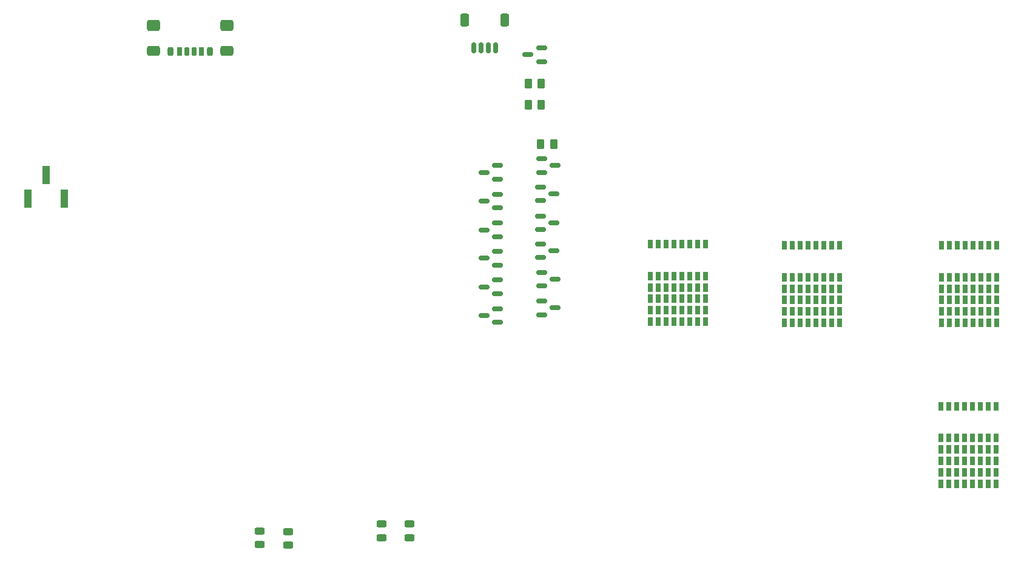
<source format=gbr>
%TF.GenerationSoftware,KiCad,Pcbnew,8.0.3*%
%TF.CreationDate,2024-07-13T16:10:19+00:00*%
%TF.ProjectId,jacuzzi,6a616375-7a7a-4692-9e6b-696361645f70,rev?*%
%TF.SameCoordinates,Original*%
%TF.FileFunction,Paste,Top*%
%TF.FilePolarity,Positive*%
%FSLAX46Y46*%
G04 Gerber Fmt 4.6, Leading zero omitted, Abs format (unit mm)*
G04 Created by KiCad (PCBNEW 8.0.3) date 2024-07-13 16:10:19*
%MOMM*%
%LPD*%
G01*
G04 APERTURE LIST*
G04 Aperture macros list*
%AMRoundRect*
0 Rectangle with rounded corners*
0 $1 Rounding radius*
0 $2 $3 $4 $5 $6 $7 $8 $9 X,Y pos of 4 corners*
0 Add a 4 corners polygon primitive as box body*
4,1,4,$2,$3,$4,$5,$6,$7,$8,$9,$2,$3,0*
0 Add four circle primitives for the rounded corners*
1,1,$1+$1,$2,$3*
1,1,$1+$1,$4,$5*
1,1,$1+$1,$6,$7*
1,1,$1+$1,$8,$9*
0 Add four rect primitives between the rounded corners*
20,1,$1+$1,$2,$3,$4,$5,0*
20,1,$1+$1,$4,$5,$6,$7,0*
20,1,$1+$1,$6,$7,$8,$9,0*
20,1,$1+$1,$8,$9,$2,$3,0*%
G04 Aperture macros list end*
%ADD10RoundRect,0.150000X0.587500X0.150000X-0.587500X0.150000X-0.587500X-0.150000X0.587500X-0.150000X0*%
%ADD11RoundRect,0.150000X-0.587500X-0.150000X0.587500X-0.150000X0.587500X0.150000X-0.587500X0.150000X0*%
%ADD12R,0.800000X1.300000*%
%ADD13R,1.000000X2.510000*%
%ADD14RoundRect,0.150000X0.150000X0.625000X-0.150000X0.625000X-0.150000X-0.625000X0.150000X-0.625000X0*%
%ADD15RoundRect,0.250000X0.350000X0.650000X-0.350000X0.650000X-0.350000X-0.650000X0.350000X-0.650000X0*%
%ADD16RoundRect,0.250000X-0.262500X-0.450000X0.262500X-0.450000X0.262500X0.450000X-0.262500X0.450000X0*%
%ADD17RoundRect,0.243750X0.456250X-0.243750X0.456250X0.243750X-0.456250X0.243750X-0.456250X-0.243750X0*%
%ADD18RoundRect,0.243750X-0.456250X0.243750X-0.456250X-0.243750X0.456250X-0.243750X0.456250X0.243750X0*%
%ADD19RoundRect,0.250000X0.262500X0.450000X-0.262500X0.450000X-0.262500X-0.450000X0.262500X-0.450000X0*%
%ADD20RoundRect,0.175000X0.175000X0.425000X-0.175000X0.425000X-0.175000X-0.425000X0.175000X-0.425000X0*%
%ADD21RoundRect,0.190000X-0.190000X-0.410000X0.190000X-0.410000X0.190000X0.410000X-0.190000X0.410000X0*%
%ADD22RoundRect,0.200000X-0.200000X-0.400000X0.200000X-0.400000X0.200000X0.400000X-0.200000X0.400000X0*%
%ADD23RoundRect,0.175000X-0.175000X-0.425000X0.175000X-0.425000X0.175000X0.425000X-0.175000X0.425000X0*%
%ADD24RoundRect,0.190000X0.190000X0.410000X-0.190000X0.410000X-0.190000X-0.410000X0.190000X-0.410000X0*%
%ADD25RoundRect,0.200000X0.200000X0.400000X-0.200000X0.400000X-0.200000X-0.400000X0.200000X-0.400000X0*%
%ADD26RoundRect,0.250000X0.650000X0.425000X-0.650000X0.425000X-0.650000X-0.425000X0.650000X-0.425000X0*%
%ADD27RoundRect,0.250000X0.650000X0.500000X-0.650000X0.500000X-0.650000X-0.500000X0.650000X-0.500000X0*%
G04 APERTURE END LIST*
D10*
%TO.C,D9*%
X146937500Y-55950000D03*
X146937500Y-54050000D03*
X145062500Y-55000000D03*
%TD*%
%TO.C,D19*%
X140810000Y-92400000D03*
X140810000Y-90500000D03*
X138935000Y-91450000D03*
%TD*%
D11*
%TO.C,D8*%
X146935000Y-69550000D03*
X146935000Y-71450000D03*
X148810000Y-70500000D03*
%TD*%
D12*
%TO.C,J14*%
X180810000Y-92500000D03*
X181910000Y-92500000D03*
X183010000Y-92500000D03*
X184110000Y-92500000D03*
X185210000Y-92500000D03*
X186310000Y-92500000D03*
X187410000Y-92500000D03*
X188510000Y-92500000D03*
X180810000Y-90900000D03*
X181910000Y-90900000D03*
X183010000Y-90900000D03*
X184110000Y-90900000D03*
X185210000Y-90900000D03*
X186310000Y-90900000D03*
X187410000Y-90900000D03*
X188510000Y-90900000D03*
X180810000Y-89300000D03*
X181910000Y-89300000D03*
X183010000Y-89300000D03*
X184110000Y-89300000D03*
X185210000Y-89300000D03*
X186310000Y-89300000D03*
X187410000Y-89300000D03*
X188510000Y-89300000D03*
X180810000Y-87700000D03*
X181910000Y-87700000D03*
X183010000Y-87700000D03*
X184110000Y-87700000D03*
X185210000Y-87700000D03*
X186310000Y-87700000D03*
X187410000Y-87700000D03*
X188510000Y-87700000D03*
X180810000Y-86100000D03*
X181910000Y-86100000D03*
X183010000Y-86100000D03*
X184110000Y-86100000D03*
X185210000Y-86100000D03*
X186310000Y-86100000D03*
X187410000Y-86100000D03*
X188510000Y-86100000D03*
X180810000Y-81670000D03*
X181910000Y-81670000D03*
X183010000Y-81670000D03*
X184110000Y-81670000D03*
X185210000Y-81670000D03*
X186310000Y-81670000D03*
X187410000Y-81670000D03*
X188510000Y-81670000D03*
%TD*%
D13*
%TO.C,J11*%
X75270000Y-75155000D03*
X77810000Y-71845000D03*
X80350000Y-75155000D03*
%TD*%
D14*
%TO.C,J4*%
X140500000Y-54000000D03*
X139500000Y-54000000D03*
X138500000Y-54000000D03*
X137500000Y-54000000D03*
D15*
X141800000Y-50125000D03*
X136200000Y-50125000D03*
%TD*%
D11*
%TO.C,D22*%
X146810000Y-77550000D03*
X146810000Y-79450000D03*
X148685000Y-78500000D03*
%TD*%
D16*
%TO.C,R9*%
X145087500Y-62000000D03*
X146912500Y-62000000D03*
%TD*%
D10*
%TO.C,D18*%
X140810000Y-88400000D03*
X140810000Y-86500000D03*
X138935000Y-87450000D03*
%TD*%
D12*
%TO.C,J15*%
X202710000Y-115000000D03*
X203810000Y-115000000D03*
X204910000Y-115000000D03*
X206010000Y-115000000D03*
X207110000Y-115000000D03*
X208210000Y-115000000D03*
X209310000Y-115000000D03*
X210410000Y-115000000D03*
X202710000Y-113400000D03*
X203810000Y-113400000D03*
X204910000Y-113400000D03*
X206010000Y-113400000D03*
X207110000Y-113400000D03*
X208210000Y-113400000D03*
X209310000Y-113400000D03*
X210410000Y-113400000D03*
X202710000Y-111800000D03*
X203810000Y-111800000D03*
X204910000Y-111800000D03*
X206010000Y-111800000D03*
X207110000Y-111800000D03*
X208210000Y-111800000D03*
X209310000Y-111800000D03*
X210410000Y-111800000D03*
X202710000Y-110200000D03*
X203810000Y-110200000D03*
X204910000Y-110200000D03*
X206010000Y-110200000D03*
X207110000Y-110200000D03*
X208210000Y-110200000D03*
X209310000Y-110200000D03*
X210410000Y-110200000D03*
X202710000Y-108600000D03*
X203810000Y-108600000D03*
X204910000Y-108600000D03*
X206010000Y-108600000D03*
X207110000Y-108600000D03*
X208210000Y-108600000D03*
X209310000Y-108600000D03*
X210410000Y-108600000D03*
X202710000Y-104170000D03*
X203810000Y-104170000D03*
X204910000Y-104170000D03*
X206010000Y-104170000D03*
X207110000Y-104170000D03*
X208210000Y-104170000D03*
X209310000Y-104170000D03*
X210410000Y-104170000D03*
%TD*%
D17*
%TO.C,D13*%
X128535000Y-122500000D03*
X128535000Y-120625000D03*
%TD*%
D16*
%TO.C,R10*%
X145087500Y-59000000D03*
X146912500Y-59000000D03*
%TD*%
D17*
%TO.C,D11*%
X124585000Y-122500000D03*
X124585000Y-120625000D03*
%TD*%
D12*
%TO.C,J16*%
X202810000Y-92500000D03*
X203910000Y-92500000D03*
X205010000Y-92500000D03*
X206110000Y-92500000D03*
X207210000Y-92500000D03*
X208310000Y-92500000D03*
X209410000Y-92500000D03*
X210510000Y-92500000D03*
X202810000Y-90900000D03*
X203910000Y-90900000D03*
X205010000Y-90900000D03*
X206110000Y-90900000D03*
X207210000Y-90900000D03*
X208310000Y-90900000D03*
X209410000Y-90900000D03*
X210510000Y-90900000D03*
X202810000Y-89300000D03*
X203910000Y-89300000D03*
X205010000Y-89300000D03*
X206110000Y-89300000D03*
X207210000Y-89300000D03*
X208310000Y-89300000D03*
X209410000Y-89300000D03*
X210510000Y-89300000D03*
X202810000Y-87700000D03*
X203910000Y-87700000D03*
X205010000Y-87700000D03*
X206110000Y-87700000D03*
X207210000Y-87700000D03*
X208310000Y-87700000D03*
X209410000Y-87700000D03*
X210510000Y-87700000D03*
X202810000Y-86100000D03*
X203910000Y-86100000D03*
X205010000Y-86100000D03*
X206110000Y-86100000D03*
X207210000Y-86100000D03*
X208310000Y-86100000D03*
X209410000Y-86100000D03*
X210510000Y-86100000D03*
X202810000Y-81670000D03*
X203910000Y-81670000D03*
X205010000Y-81670000D03*
X206110000Y-81670000D03*
X207210000Y-81670000D03*
X208310000Y-81670000D03*
X209410000Y-81670000D03*
X210510000Y-81670000D03*
%TD*%
D18*
%TO.C,D2*%
X107585000Y-121625000D03*
X107585000Y-123500000D03*
%TD*%
D10*
%TO.C,D15*%
X140810000Y-80450000D03*
X140810000Y-78550000D03*
X138935000Y-79500000D03*
%TD*%
%TO.C,D17*%
X140810000Y-84400000D03*
X140810000Y-82500000D03*
X138935000Y-83450000D03*
%TD*%
D12*
%TO.C,J13*%
X162110000Y-92330000D03*
X163210000Y-92330000D03*
X164310000Y-92330000D03*
X165410000Y-92330000D03*
X166510000Y-92330000D03*
X167610000Y-92330000D03*
X168710000Y-92330000D03*
X169810000Y-92330000D03*
X162110000Y-90730000D03*
X163210000Y-90730000D03*
X164310000Y-90730000D03*
X165410000Y-90730000D03*
X166510000Y-90730000D03*
X167610000Y-90730000D03*
X168710000Y-90730000D03*
X169810000Y-90730000D03*
X162110000Y-89130000D03*
X163210000Y-89130000D03*
X164310000Y-89130000D03*
X165410000Y-89130000D03*
X166510000Y-89130000D03*
X167610000Y-89130000D03*
X168710000Y-89130000D03*
X169810000Y-89130000D03*
X162110000Y-87530000D03*
X163210000Y-87530000D03*
X164310000Y-87530000D03*
X165410000Y-87530000D03*
X166510000Y-87530000D03*
X167610000Y-87530000D03*
X168710000Y-87530000D03*
X169810000Y-87530000D03*
X162110000Y-85930000D03*
X163210000Y-85930000D03*
X164310000Y-85930000D03*
X165410000Y-85930000D03*
X166510000Y-85930000D03*
X167610000Y-85930000D03*
X168710000Y-85930000D03*
X169810000Y-85930000D03*
X162110000Y-81500000D03*
X163210000Y-81500000D03*
X164310000Y-81500000D03*
X165410000Y-81500000D03*
X166510000Y-81500000D03*
X167610000Y-81500000D03*
X168710000Y-81500000D03*
X169810000Y-81500000D03*
%TD*%
D11*
%TO.C,D24*%
X146810000Y-73500000D03*
X146810000Y-75400000D03*
X148685000Y-74450000D03*
%TD*%
%TO.C,D25*%
X146810000Y-81450000D03*
X146810000Y-83350000D03*
X148685000Y-82400000D03*
%TD*%
D10*
%TO.C,D16*%
X140810000Y-76400000D03*
X140810000Y-74500000D03*
X138935000Y-75450000D03*
%TD*%
D19*
%TO.C,R27*%
X148635000Y-67500000D03*
X146810000Y-67500000D03*
%TD*%
D20*
%TO.C,J9*%
X98435000Y-54555000D03*
D21*
X96415000Y-54555000D03*
D22*
X95185000Y-54555000D03*
D23*
X97435000Y-54555000D03*
D24*
X99455000Y-54555000D03*
D25*
X100685000Y-54555000D03*
D26*
X103060000Y-54500000D03*
D27*
X103060000Y-50920000D03*
D26*
X92810000Y-54500000D03*
D27*
X92810000Y-50920000D03*
%TD*%
D11*
%TO.C,D23*%
X146935000Y-85450000D03*
X146935000Y-87350000D03*
X148810000Y-86400000D03*
%TD*%
D10*
%TO.C,D14*%
X140810000Y-72400000D03*
X140810000Y-70500000D03*
X138935000Y-71450000D03*
%TD*%
D11*
%TO.C,D26*%
X146935000Y-89450000D03*
X146935000Y-91350000D03*
X148810000Y-90400000D03*
%TD*%
D18*
%TO.C,D4*%
X111585000Y-121687500D03*
X111585000Y-123562500D03*
%TD*%
M02*

</source>
